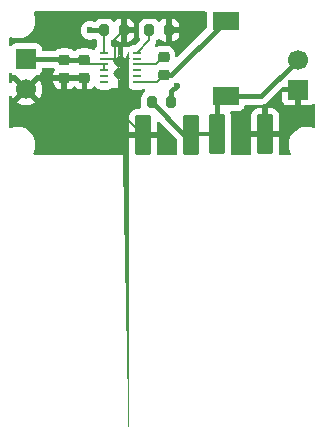
<source format=gbr>
%TF.GenerationSoftware,KiCad,Pcbnew,9.0.2*%
%TF.CreationDate,2025-09-11T23:54:02+05:30*%
%TF.ProjectId,DC_BUCK_CONVERTER,44435f42-5543-44b5-9f43-4f4e56455254,rev?*%
%TF.SameCoordinates,Original*%
%TF.FileFunction,Copper,L1,Top*%
%TF.FilePolarity,Positive*%
%FSLAX46Y46*%
G04 Gerber Fmt 4.6, Leading zero omitted, Abs format (unit mm)*
G04 Created by KiCad (PCBNEW 9.0.2) date 2025-09-11 23:54:02*
%MOMM*%
%LPD*%
G01*
G04 APERTURE LIST*
G04 Aperture macros list*
%AMRoundRect*
0 Rectangle with rounded corners*
0 $1 Rounding radius*
0 $2 $3 $4 $5 $6 $7 $8 $9 X,Y pos of 4 corners*
0 Add a 4 corners polygon primitive as box body*
4,1,4,$2,$3,$4,$5,$6,$7,$8,$9,$2,$3,0*
0 Add four circle primitives for the rounded corners*
1,1,$1+$1,$2,$3*
1,1,$1+$1,$4,$5*
1,1,$1+$1,$6,$7*
1,1,$1+$1,$8,$9*
0 Add four rect primitives between the rounded corners*
20,1,$1+$1,$2,$3,$4,$5,0*
20,1,$1+$1,$4,$5,$6,$7,0*
20,1,$1+$1,$6,$7,$8,$9,0*
20,1,$1+$1,$8,$9,$2,$3,0*%
%AMFreePoly0*
4,1,153,0.606581,1.254743,0.608810,1.254000,0.610000,1.254000,0.611581,1.253743,0.613810,1.253000,0.615000,1.253000,0.616581,1.252743,0.619581,1.251743,0.620236,1.251472,0.621920,1.250630,0.624581,1.249743,0.626536,1.248536,0.627964,1.247108,0.629236,1.246472,0.630536,1.245536,0.631964,1.244108,0.633236,1.243472,0.634536,1.242536,0.642536,1.234536,0.643472,1.233236,
0.644108,1.231964,0.645536,1.230536,0.646472,1.229236,0.647108,1.227964,0.648536,1.226536,0.649743,1.224581,0.650630,1.221920,0.651472,1.220236,0.651743,1.219581,0.652743,1.216581,0.653000,1.215000,0.653000,1.213810,0.653743,1.211581,0.654000,1.210000,0.654000,1.208810,0.654743,1.206581,0.655000,1.205000,0.655000,-1.205000,0.654743,-1.206581,0.654000,-1.208810,
0.654000,-1.210000,0.653743,-1.211581,0.653000,-1.213810,0.653000,-1.215000,0.652743,-1.216581,0.651743,-1.219581,0.651472,-1.220236,0.650630,-1.221920,0.649743,-1.224581,0.648536,-1.226536,0.647108,-1.227964,0.646472,-1.229236,0.645536,-1.230536,0.644108,-1.231964,0.643472,-1.233236,0.642536,-1.234536,0.634536,-1.242536,0.633236,-1.243472,0.631964,-1.244108,0.630536,-1.245536,
0.629236,-1.246472,0.627964,-1.247108,0.626536,-1.248536,0.624581,-1.249743,0.621920,-1.250630,0.620236,-1.251472,0.619581,-1.251743,0.616581,-1.252743,0.615000,-1.253000,0.613810,-1.253000,0.611581,-1.253743,0.610000,-1.254000,0.608810,-1.254000,0.606581,-1.254743,0.605000,-1.255000,-0.605000,-1.255000,-0.606581,-1.254743,-0.608810,-1.254000,-0.610000,-1.254000,-0.611581,-1.253743,
-0.613810,-1.253000,-0.615000,-1.253000,-0.616581,-1.252743,-0.619581,-1.251743,-0.620236,-1.251472,-0.621920,-1.250630,-0.624581,-1.249743,-0.626536,-1.248536,-0.627964,-1.247108,-0.629236,-1.246472,-0.630536,-1.245536,-0.631964,-1.244108,-0.633236,-1.243472,-0.634536,-1.242536,-0.642536,-1.234536,-0.643472,-1.233236,-0.644108,-1.231964,-0.645536,-1.230536,-0.646472,-1.229236,-0.647108,-1.227964,
-0.648536,-1.226536,-0.649743,-1.224581,-0.650630,-1.221920,-0.651472,-1.220236,-0.651743,-1.219581,-0.652743,-1.216581,-0.653000,-1.215000,-0.653000,-1.213810,-0.653743,-1.211581,-0.654000,-1.210000,-0.654000,-1.208810,-0.654743,-1.206581,-0.655000,-1.205000,-0.655000,1.205000,-0.654743,1.206581,-0.654000,1.208810,-0.654000,1.210000,-0.653743,1.211581,-0.653000,1.213810,-0.653000,1.215000,
-0.652743,1.216581,-0.651743,1.219581,-0.651472,1.220236,-0.650630,1.221920,-0.649743,1.224581,-0.648536,1.226536,-0.647108,1.227964,-0.646472,1.229236,-0.645536,1.230536,-0.644108,1.231964,-0.643472,1.233236,-0.642536,1.234536,-0.634536,1.242536,-0.633236,1.243472,-0.631964,1.244108,-0.630536,1.245536,-0.629236,1.246472,-0.627964,1.247108,-0.626536,1.248536,-0.624581,1.249743,
-0.621920,1.250630,-0.620236,1.251472,-0.619581,1.251743,-0.616581,1.252743,-0.615000,1.253000,-0.613810,1.253000,-0.611581,1.253743,-0.610000,1.254000,-0.608810,1.254000,-0.606581,1.254743,-0.605000,1.255000,0.605000,1.255000,0.606581,1.254743,0.606581,1.254743,$1*%
G04 Aperture macros list end*
%TA.AperFunction,SMDPad,CuDef*%
%ADD10RoundRect,0.200000X-0.200000X-0.275000X0.200000X-0.275000X0.200000X0.275000X-0.200000X0.275000X0*%
%TD*%
%TA.AperFunction,SMDPad,CuDef*%
%ADD11R,2.200000X1.500000*%
%TD*%
%TA.AperFunction,SMDPad,CuDef*%
%ADD12RoundRect,0.249999X0.450001X1.450001X-0.450001X1.450001X-0.450001X-1.450001X0.450001X-1.450001X0*%
%TD*%
%TA.AperFunction,SMDPad,CuDef*%
%ADD13RoundRect,0.050000X0.260000X0.075000X-0.260000X0.075000X-0.260000X-0.075000X0.260000X-0.075000X0*%
%TD*%
%TA.AperFunction,SMDPad,CuDef*%
%ADD14FreePoly0,180.000000*%
%TD*%
%TA.AperFunction,ComponentPad*%
%ADD15C,0.300000*%
%TD*%
%TA.AperFunction,ComponentPad*%
%ADD16R,1.700000X1.700000*%
%TD*%
%TA.AperFunction,ComponentPad*%
%ADD17C,1.700000*%
%TD*%
%TA.AperFunction,SMDPad,CuDef*%
%ADD18RoundRect,0.225000X-0.250000X0.225000X-0.250000X-0.225000X0.250000X-0.225000X0.250000X0.225000X0*%
%TD*%
%TA.AperFunction,SMDPad,CuDef*%
%ADD19RoundRect,0.249999X-0.450001X-1.450001X0.450001X-1.450001X0.450001X1.450001X-0.450001X1.450001X0*%
%TD*%
%TA.AperFunction,ViaPad*%
%ADD20C,0.600000*%
%TD*%
%TA.AperFunction,Conductor*%
%ADD21C,0.200000*%
%TD*%
%TA.AperFunction,Conductor*%
%ADD22C,0.400000*%
%TD*%
%TA.AperFunction,Conductor*%
%ADD23C,0.300000*%
%TD*%
G04 APERTURE END LIST*
D10*
%TO.P,Rt1,1*%
%TO.N,Net-(U1-RT)*%
X159625000Y-78900000D03*
%TO.P,Rt1,2*%
%TO.N,GND*%
X161275000Y-78900000D03*
%TD*%
D11*
%TO.P,L1,1,1*%
%TO.N,Net-(U1-SW)*%
X166100000Y-78100000D03*
%TO.P,L1,2,2*%
%TO.N,VOUT*%
X166100000Y-84500000D03*
%TD*%
D12*
%TO.P,Cout1,1*%
%TO.N,VOUT*%
X163200000Y-87750000D03*
%TO.P,Cout1,2*%
%TO.N,GND*%
X159100000Y-87750000D03*
%TD*%
D10*
%TO.P,Rfbb1,1*%
%TO.N,Net-(U1-FB)*%
X155825000Y-78900000D03*
%TO.P,Rfbb1,2*%
%TO.N,GND*%
X157475000Y-78900000D03*
%TD*%
D13*
%TO.P,U1,1,SW*%
%TO.N,Net-(U1-SW)*%
X158590000Y-83300000D03*
%TO.P,U1,2,SW__1*%
%TO.N,unconnected-(U1-SW__1-Pad2)*%
X158590000Y-82800000D03*
%TO.P,U1,3,SW__2*%
%TO.N,unconnected-(U1-SW__2-Pad3)*%
X158590000Y-82300000D03*
%TO.P,U1,4,BOOT*%
%TO.N,Net-(U1-BOOT)*%
X158590000Y-81800000D03*
%TO.P,U1,5,PG*%
%TO.N,unconnected-(U1-PG-Pad5)*%
X158590000Y-81300000D03*
%TO.P,U1,6,RT*%
%TO.N,Net-(U1-RT)*%
X158590000Y-80800000D03*
%TO.P,U1,7,FB*%
%TO.N,Net-(U1-FB)*%
X155810000Y-80800000D03*
%TO.P,U1,8,AGND*%
%TO.N,GND*%
X155810000Y-81300000D03*
%TO.P,U1,9,EN*%
%TO.N,VIN*%
X155810000Y-81800000D03*
%TO.P,U1,10,VIN*%
X155810000Y-82300000D03*
%TO.P,U1,11,VIN__1*%
%TO.N,unconnected-(U1-VIN__1-Pad11)*%
X155810000Y-82800000D03*
%TO.P,U1,12,VIN__2*%
%TO.N,unconnected-(U1-VIN__2-Pad12)*%
X155810000Y-83300000D03*
D14*
%TO.P,U1,13,PGND*%
%TO.N,GND*%
X157200000Y-82050000D03*
D15*
%TO.P,U1,14*%
X157200000Y-83050000D03*
%TO.P,U1,15*%
X157200000Y-82050000D03*
%TO.P,U1,16*%
X157200000Y-81050000D03*
%TD*%
D16*
%TO.P,J1,1,Pin_1*%
%TO.N,VIN*%
X149200000Y-81375000D03*
D17*
%TO.P,J1,2,Pin_2*%
%TO.N,GND*%
X149200000Y-83915000D03*
%TD*%
D10*
%TO.P,Rfbt1,1*%
%TO.N,VOUT*%
X159825000Y-85000000D03*
%TO.P,Rfbt1,2*%
%TO.N,Net-(U1-FB)*%
X161475000Y-85000000D03*
%TD*%
D16*
%TO.P,J2,1,Pin_1*%
%TO.N,GND*%
X172250000Y-83925000D03*
D17*
%TO.P,J2,2,Pin_2*%
%TO.N,VOUT*%
X172250000Y-81385000D03*
%TD*%
D18*
%TO.P,Cin1,1*%
%TO.N,VIN*%
X152450000Y-81400000D03*
%TO.P,Cin1,2*%
%TO.N,GND*%
X152450000Y-82950000D03*
%TD*%
D19*
%TO.P,Cout2,1*%
%TO.N,VOUT*%
X165350000Y-87700000D03*
%TO.P,Cout2,2*%
%TO.N,GND*%
X169450000Y-87700000D03*
%TD*%
D18*
%TO.P,Cin2,1*%
%TO.N,VIN*%
X154150000Y-81400000D03*
%TO.P,Cin2,2*%
%TO.N,GND*%
X154150000Y-82950000D03*
%TD*%
%TO.P,Cboot1,1*%
%TO.N,Net-(U1-BOOT)*%
X160850000Y-81175000D03*
%TO.P,Cboot1,2*%
%TO.N,Net-(U1-SW)*%
X160850000Y-82725000D03*
%TD*%
D20*
%TO.N,Net-(U1-FB)*%
X154650000Y-78900000D03*
X161950000Y-83600000D03*
%TD*%
D21*
%TO.N,Net-(U1-SW)*%
X160275000Y-83300000D02*
X160850000Y-82725000D01*
X158590000Y-83300000D02*
X160275000Y-83300000D01*
X160850000Y-82725000D02*
X161475000Y-82725000D01*
D22*
X161475000Y-82725000D02*
X166100000Y-78100000D01*
D21*
%TO.N,Net-(U1-BOOT)*%
X158590000Y-81800000D02*
X160225000Y-81800000D01*
X160225000Y-81800000D02*
X160850000Y-81175000D01*
%TO.N,GND*%
X156524000Y-81374000D02*
X155884000Y-81374000D01*
X155884000Y-81374000D02*
X155810000Y-81300000D01*
X159100000Y-87750000D02*
X157651000Y-86301000D01*
X156749000Y-81599000D02*
X156524000Y-81374000D01*
X157651000Y-82501000D02*
X157518905Y-82368905D01*
X157651000Y-86301000D02*
X157651000Y-82501000D01*
X156749000Y-79626000D02*
X156749000Y-81599000D01*
X157475000Y-78900000D02*
X156749000Y-79626000D01*
%TO.N,VIN*%
X154150000Y-81400000D02*
X154550000Y-81800000D01*
X155810000Y-82300000D02*
X155810000Y-81800000D01*
D22*
X152450000Y-81400000D02*
X154150000Y-81400000D01*
D21*
X154550000Y-81800000D02*
X155810000Y-81800000D01*
D22*
X149200000Y-81375000D02*
X152425000Y-81375000D01*
D21*
X152425000Y-81375000D02*
X152450000Y-81400000D01*
D22*
%TO.N,VOUT*%
X165350000Y-87700000D02*
X165350000Y-85250000D01*
D21*
X165350000Y-85250000D02*
X166100000Y-84500000D01*
X163250000Y-87750000D02*
X163300000Y-87700000D01*
X162575000Y-87750000D02*
X163200000Y-87750000D01*
D22*
X169135000Y-84500000D02*
X172250000Y-81385000D01*
X166100000Y-84500000D02*
X169135000Y-84500000D01*
D23*
X163300000Y-87700000D02*
X165350000Y-87700000D01*
D21*
X163200000Y-87750000D02*
X163250000Y-87750000D01*
D22*
X159825000Y-85000000D02*
X162575000Y-87750000D01*
D21*
%TO.N,Net-(U1-FB)*%
X154650000Y-78900000D02*
X154550000Y-78900000D01*
X155810000Y-80800000D02*
X155810000Y-78915000D01*
D22*
X155825000Y-78900000D02*
X154650000Y-78900000D01*
D21*
X155810000Y-78915000D02*
X155825000Y-78900000D01*
D22*
X161475000Y-85000000D02*
X161475000Y-84075000D01*
X161475000Y-84075000D02*
X161950000Y-83600000D01*
D21*
%TO.N,Net-(U1-RT)*%
X158590000Y-80800000D02*
X159625000Y-79765000D01*
X159625000Y-79765000D02*
X159625000Y-78900000D01*
%TD*%
%TA.AperFunction,Conductor*%
%TO.N,GND*%
G36*
X164442539Y-77320185D02*
G01*
X164488294Y-77372989D01*
X164499500Y-77424500D01*
X164499500Y-78658480D01*
X164479815Y-78725519D01*
X164463181Y-78746161D01*
X162037180Y-81172162D01*
X161975857Y-81205647D01*
X161906165Y-81200663D01*
X161850232Y-81158791D01*
X161825815Y-81093327D01*
X161825499Y-81084481D01*
X161825499Y-80901662D01*
X161825498Y-80901644D01*
X161815349Y-80802292D01*
X161815348Y-80802289D01*
X161792771Y-80734157D01*
X161762003Y-80641303D01*
X161761999Y-80641297D01*
X161761998Y-80641294D01*
X161672970Y-80496959D01*
X161672967Y-80496955D01*
X161553044Y-80377032D01*
X161553040Y-80377029D01*
X161408705Y-80288001D01*
X161408699Y-80287998D01*
X161408697Y-80287997D01*
X161369876Y-80275133D01*
X161247709Y-80234651D01*
X161148346Y-80224500D01*
X160551662Y-80224500D01*
X160551644Y-80224501D01*
X160452292Y-80234650D01*
X160452289Y-80234651D01*
X160291305Y-80287996D01*
X160291293Y-80288002D01*
X160282530Y-80293407D01*
X160277805Y-80294699D01*
X160274259Y-80298081D01*
X160244436Y-80303828D01*
X160215137Y-80311844D01*
X160210461Y-80310376D01*
X160205652Y-80311303D01*
X160177461Y-80300017D01*
X160148475Y-80290918D01*
X160145335Y-80287155D01*
X160140787Y-80285335D01*
X160123169Y-80260595D01*
X160103708Y-80237274D01*
X160103100Y-80232411D01*
X160100259Y-80228421D01*
X160098813Y-80198080D01*
X160095050Y-80167943D01*
X160097103Y-80162183D01*
X160096934Y-80158630D01*
X160110050Y-80125869D01*
X160168575Y-80024501D01*
X160184577Y-79996785D01*
X160225501Y-79844057D01*
X160225501Y-79816518D01*
X160234146Y-79787074D01*
X160240669Y-79757092D01*
X160244423Y-79752076D01*
X160245186Y-79749479D01*
X160261814Y-79728842D01*
X160362675Y-79627981D01*
X160423994Y-79594499D01*
X160493686Y-79599483D01*
X160538034Y-79627984D01*
X160640122Y-79730072D01*
X160785604Y-79818019D01*
X160785603Y-79818019D01*
X160947894Y-79868590D01*
X160947893Y-79868590D01*
X161018408Y-79874998D01*
X161018426Y-79874999D01*
X161525000Y-79874999D01*
X161531581Y-79874999D01*
X161602102Y-79868591D01*
X161602107Y-79868590D01*
X161764396Y-79818018D01*
X161909877Y-79730072D01*
X162030072Y-79609877D01*
X162118019Y-79464395D01*
X162168590Y-79302106D01*
X162175000Y-79231572D01*
X162175000Y-79150000D01*
X161525000Y-79150000D01*
X161525000Y-79874999D01*
X161018426Y-79874999D01*
X161024999Y-79874998D01*
X161025000Y-79874998D01*
X161025000Y-78650000D01*
X161525000Y-78650000D01*
X162174999Y-78650000D01*
X162174999Y-78568417D01*
X162168591Y-78497897D01*
X162168590Y-78497892D01*
X162118018Y-78335603D01*
X162030072Y-78190122D01*
X161909877Y-78069927D01*
X161764395Y-77981980D01*
X161764396Y-77981980D01*
X161602105Y-77931409D01*
X161602106Y-77931409D01*
X161531572Y-77925000D01*
X161525000Y-77925000D01*
X161525000Y-78650000D01*
X161025000Y-78650000D01*
X161025000Y-77925000D01*
X161024999Y-77924999D01*
X161018436Y-77925000D01*
X161018417Y-77925001D01*
X160947897Y-77931408D01*
X160947892Y-77931409D01*
X160785603Y-77981981D01*
X160640122Y-78069927D01*
X160640121Y-78069928D01*
X160538035Y-78172015D01*
X160476712Y-78205500D01*
X160407020Y-78200516D01*
X160362673Y-78172015D01*
X160260188Y-78069530D01*
X160114606Y-77981522D01*
X159952196Y-77930914D01*
X159952194Y-77930913D01*
X159952192Y-77930913D01*
X159902778Y-77926423D01*
X159881616Y-77924500D01*
X159368384Y-77924500D01*
X159349145Y-77926248D01*
X159297807Y-77930913D01*
X159135393Y-77981522D01*
X158989811Y-78069530D01*
X158869530Y-78189811D01*
X158781522Y-78335393D01*
X158730913Y-78497807D01*
X158724500Y-78568386D01*
X158724500Y-79231613D01*
X158730913Y-79302192D01*
X158730913Y-79302194D01*
X158730914Y-79302196D01*
X158781522Y-79464606D01*
X158842272Y-79565099D01*
X158860108Y-79632651D01*
X158838591Y-79699125D01*
X158823836Y-79716928D01*
X158402584Y-80138181D01*
X158341261Y-80171666D01*
X158314903Y-80174500D01*
X158286898Y-80174500D01*
X158223710Y-80182087D01*
X158198434Y-80185123D01*
X158057661Y-80240637D01*
X158057655Y-80240640D01*
X158012762Y-80274684D01*
X158011580Y-80275133D01*
X158010809Y-80276135D01*
X157979008Y-80287512D01*
X157947450Y-80299507D01*
X157945825Y-80299384D01*
X157945023Y-80299672D01*
X157924313Y-80297768D01*
X157909856Y-80296682D01*
X157894523Y-80293130D01*
X157892024Y-80292621D01*
X157891116Y-80292455D01*
X157889034Y-80292030D01*
X157885878Y-80291518D01*
X157885868Y-80291517D01*
X157805008Y-80285000D01*
X157450000Y-80285000D01*
X157450000Y-81087868D01*
X157749077Y-81386945D01*
X157759043Y-81405197D01*
X157773011Y-81420607D01*
X157779446Y-81442562D01*
X157782562Y-81448268D01*
X157783709Y-81454241D01*
X157784176Y-81457048D01*
X157790123Y-81506564D01*
X157794117Y-81516693D01*
X157796271Y-81529614D01*
X157793582Y-81551824D01*
X157795592Y-81574108D01*
X157791398Y-81588389D01*
X157790121Y-81593440D01*
X157784511Y-81640159D01*
X157756973Y-81704373D01*
X157749077Y-81713054D01*
X157450000Y-82012131D01*
X157450000Y-82087868D01*
X157749077Y-82386945D01*
X157759043Y-82405197D01*
X157773011Y-82420607D01*
X157779446Y-82442562D01*
X157782562Y-82448268D01*
X157783709Y-82454241D01*
X157784176Y-82457048D01*
X157790123Y-82506564D01*
X157794117Y-82516693D01*
X157796271Y-82529614D01*
X157793582Y-82551824D01*
X157795592Y-82574108D01*
X157791398Y-82588389D01*
X157790121Y-82593440D01*
X157784511Y-82640159D01*
X157756973Y-82704373D01*
X157749077Y-82713054D01*
X157450000Y-83012131D01*
X157450000Y-83815000D01*
X157805008Y-83815000D01*
X157885866Y-83808482D01*
X157889051Y-83807966D01*
X157891065Y-83807555D01*
X157891552Y-83807456D01*
X157896573Y-83806452D01*
X157896606Y-83806454D01*
X157896966Y-83806389D01*
X157899035Y-83805968D01*
X157908202Y-83803712D01*
X157978003Y-83806805D01*
X158012763Y-83825316D01*
X158057656Y-83859360D01*
X158057657Y-83859360D01*
X158057658Y-83859361D01*
X158198436Y-83914877D01*
X158286898Y-83925500D01*
X158286903Y-83925500D01*
X158893097Y-83925500D01*
X158893102Y-83925500D01*
X158981564Y-83914877D01*
X158996100Y-83909144D01*
X159003082Y-83907817D01*
X159006653Y-83905523D01*
X159041588Y-83900500D01*
X159190032Y-83900500D01*
X159257071Y-83920185D01*
X159302826Y-83972989D01*
X159312770Y-84042147D01*
X159283745Y-84105703D01*
X159254183Y-84130615D01*
X159222846Y-84149559D01*
X159189811Y-84169530D01*
X159069530Y-84289811D01*
X158981522Y-84435393D01*
X158930913Y-84597807D01*
X158924500Y-84668386D01*
X158924500Y-85331613D01*
X158931508Y-85408730D01*
X158930210Y-85408847D01*
X158924601Y-85471419D01*
X158881729Y-85526589D01*
X158815836Y-85549823D01*
X158809220Y-85550000D01*
X158600029Y-85550000D01*
X158600012Y-85550001D01*
X158497303Y-85560494D01*
X158497301Y-85560494D01*
X158330880Y-85615640D01*
X158330869Y-85615645D01*
X158181659Y-85707680D01*
X158181655Y-85707683D01*
X158057683Y-85831655D01*
X158057680Y-85831659D01*
X157965645Y-85980869D01*
X157965640Y-85980880D01*
X157910494Y-86147302D01*
X157900000Y-86250013D01*
X157900000Y-87500000D01*
X160299999Y-87500000D01*
X160299999Y-86765018D01*
X160319684Y-86697979D01*
X160372488Y-86652224D01*
X160441646Y-86642280D01*
X160505202Y-86671305D01*
X160511680Y-86677337D01*
X161963181Y-88128838D01*
X161996666Y-88190161D01*
X161999500Y-88216519D01*
X161999500Y-89250016D01*
X162001461Y-89269205D01*
X162005582Y-89309546D01*
X162005925Y-89312897D01*
X161993156Y-89381590D01*
X161945276Y-89432475D01*
X161882567Y-89449500D01*
X160416930Y-89449500D01*
X160349891Y-89429815D01*
X160304136Y-89377011D01*
X160293572Y-89312897D01*
X160299999Y-89249986D01*
X160300000Y-89249973D01*
X160300000Y-88000000D01*
X157900001Y-88000000D01*
X157900001Y-89249989D01*
X157906428Y-89312899D01*
X157893658Y-89381592D01*
X157845777Y-89432476D01*
X157783070Y-89449500D01*
X149953559Y-89449500D01*
X149886520Y-89429815D01*
X149840765Y-89377011D01*
X149830821Y-89307853D01*
X149843074Y-89269205D01*
X149856414Y-89243022D01*
X149890568Y-89175992D01*
X149963553Y-88951368D01*
X149988929Y-88791150D01*
X150000500Y-88718097D01*
X150000500Y-88481902D01*
X149963553Y-88248631D01*
X149890566Y-88024003D01*
X149783342Y-87813566D01*
X149644517Y-87622490D01*
X149477510Y-87455483D01*
X149286433Y-87316657D01*
X149249499Y-87297838D01*
X149075996Y-87209433D01*
X148851368Y-87136446D01*
X148618097Y-87099500D01*
X148618092Y-87099500D01*
X148381908Y-87099500D01*
X148381903Y-87099500D01*
X148148631Y-87136446D01*
X147924003Y-87209433D01*
X147921944Y-87210287D01*
X147921099Y-87210377D01*
X147919375Y-87210938D01*
X147919257Y-87210575D01*
X147852474Y-87217750D01*
X147789997Y-87186470D01*
X147754349Y-87126379D01*
X147750500Y-87095722D01*
X147750500Y-84560323D01*
X147770185Y-84493284D01*
X147822989Y-84447529D01*
X147892147Y-84437585D01*
X147955703Y-84466610D01*
X147984985Y-84504028D01*
X148045375Y-84622550D01*
X148084728Y-84676716D01*
X148717037Y-84044408D01*
X148734075Y-84107993D01*
X148799901Y-84222007D01*
X148892993Y-84315099D01*
X149007007Y-84380925D01*
X149070590Y-84397962D01*
X148438282Y-85030269D01*
X148438282Y-85030270D01*
X148492449Y-85069624D01*
X148681782Y-85166095D01*
X148883870Y-85231757D01*
X149093754Y-85265000D01*
X149306246Y-85265000D01*
X149516127Y-85231757D01*
X149516130Y-85231757D01*
X149718217Y-85166095D01*
X149907554Y-85069622D01*
X149961716Y-85030270D01*
X149961717Y-85030270D01*
X149329408Y-84397962D01*
X149392993Y-84380925D01*
X149507007Y-84315099D01*
X149600099Y-84222007D01*
X149665925Y-84107993D01*
X149682962Y-84044408D01*
X150315270Y-84676717D01*
X150315270Y-84676716D01*
X150354622Y-84622554D01*
X150451095Y-84433217D01*
X150516757Y-84231130D01*
X150516757Y-84231127D01*
X150550000Y-84021246D01*
X150550000Y-83808753D01*
X150516757Y-83598872D01*
X150516757Y-83598869D01*
X150451095Y-83396782D01*
X150362711Y-83223322D01*
X151475001Y-83223322D01*
X151485144Y-83322607D01*
X151538452Y-83483481D01*
X151538457Y-83483492D01*
X151627424Y-83627728D01*
X151627427Y-83627732D01*
X151747267Y-83747572D01*
X151747271Y-83747575D01*
X151891507Y-83836542D01*
X151891518Y-83836547D01*
X152052393Y-83889855D01*
X152151683Y-83899999D01*
X152700000Y-83899999D01*
X152748308Y-83899999D01*
X152748322Y-83899998D01*
X152847607Y-83889855D01*
X153008481Y-83836547D01*
X153008492Y-83836542D01*
X153152728Y-83747575D01*
X153152732Y-83747572D01*
X153212319Y-83687986D01*
X153273642Y-83654501D01*
X153343334Y-83659485D01*
X153387681Y-83687986D01*
X153447267Y-83747572D01*
X153447271Y-83747575D01*
X153591507Y-83836542D01*
X153591518Y-83836547D01*
X153752393Y-83889855D01*
X153851683Y-83899999D01*
X153899999Y-83899998D01*
X153900000Y-83899998D01*
X153900000Y-83200000D01*
X152700000Y-83200000D01*
X152700000Y-83899999D01*
X152151683Y-83899999D01*
X152199999Y-83899998D01*
X152200000Y-83899998D01*
X152200000Y-83200000D01*
X151475001Y-83200000D01*
X151475001Y-83223322D01*
X150362711Y-83223322D01*
X150354623Y-83207448D01*
X150315270Y-83153282D01*
X150315269Y-83153282D01*
X149682962Y-83785590D01*
X149665925Y-83722007D01*
X149600099Y-83607993D01*
X149507007Y-83514901D01*
X149392993Y-83449075D01*
X149329409Y-83432037D01*
X149999627Y-82761818D01*
X150060950Y-82728333D01*
X150087307Y-82725499D01*
X150097872Y-82725499D01*
X150157483Y-82719091D01*
X150292331Y-82668796D01*
X150407546Y-82582546D01*
X150493796Y-82467331D01*
X150544091Y-82332483D01*
X150550500Y-82272873D01*
X150550500Y-82199500D01*
X150570185Y-82132461D01*
X150622989Y-82086706D01*
X150674500Y-82075500D01*
X151526885Y-82075500D01*
X151593924Y-82095185D01*
X151639679Y-82147989D01*
X151649623Y-82217147D01*
X151629128Y-82264832D01*
X151631218Y-82266121D01*
X151538457Y-82416507D01*
X151538452Y-82416518D01*
X151485144Y-82577393D01*
X151475000Y-82676677D01*
X151475000Y-82700000D01*
X154026000Y-82700000D01*
X154093039Y-82719685D01*
X154138794Y-82772489D01*
X154150000Y-82824000D01*
X154150000Y-82950000D01*
X154276000Y-82950000D01*
X154343039Y-82969685D01*
X154388794Y-83022489D01*
X154400000Y-83074000D01*
X154400000Y-83899999D01*
X154448308Y-83899999D01*
X154448322Y-83899998D01*
X154547607Y-83889855D01*
X154708481Y-83836547D01*
X154708492Y-83836542D01*
X154852727Y-83747576D01*
X154916486Y-83683817D01*
X154977809Y-83650332D01*
X155047501Y-83655316D01*
X155102972Y-83696573D01*
X155157077Y-83767922D01*
X155277656Y-83859360D01*
X155277657Y-83859360D01*
X155277658Y-83859361D01*
X155418436Y-83914877D01*
X155506898Y-83925500D01*
X155506903Y-83925500D01*
X156113097Y-83925500D01*
X156113102Y-83925500D01*
X156201564Y-83914877D01*
X156342342Y-83859361D01*
X156387238Y-83825315D01*
X156388412Y-83824868D01*
X156389183Y-83823868D01*
X156420962Y-83812496D01*
X156452544Y-83800492D01*
X156454168Y-83800614D01*
X156454968Y-83800328D01*
X156475615Y-83802225D01*
X156490135Y-83803316D01*
X156505511Y-83806876D01*
X156507980Y-83807380D01*
X156508932Y-83807554D01*
X156510968Y-83807969D01*
X156514123Y-83808481D01*
X156514131Y-83808482D01*
X156594992Y-83815000D01*
X156950000Y-83815000D01*
X156950000Y-83030109D01*
X157100000Y-83030109D01*
X157100000Y-83069891D01*
X157115224Y-83106645D01*
X157143355Y-83134776D01*
X157180109Y-83150000D01*
X157219891Y-83150000D01*
X157256645Y-83134776D01*
X157284776Y-83106645D01*
X157300000Y-83069891D01*
X157300000Y-83030109D01*
X157284776Y-82993355D01*
X157256645Y-82965224D01*
X157219891Y-82950000D01*
X157180109Y-82950000D01*
X157143355Y-82965224D01*
X157115224Y-82993355D01*
X157100000Y-83030109D01*
X156950000Y-83030109D01*
X156950000Y-83012132D01*
X156650921Y-82713053D01*
X156640954Y-82694801D01*
X156626986Y-82679390D01*
X156620550Y-82657433D01*
X156617436Y-82651730D01*
X156616289Y-82645756D01*
X156615826Y-82642983D01*
X156609877Y-82593436D01*
X156605881Y-82583303D01*
X156603728Y-82570384D01*
X156606195Y-82550000D01*
X156912132Y-82550000D01*
X156950000Y-82587867D01*
X156950000Y-82587866D01*
X157450000Y-82587866D01*
X157487867Y-82550000D01*
X157450000Y-82512133D01*
X157450000Y-82587866D01*
X156950000Y-82587866D01*
X156950000Y-82512132D01*
X156912132Y-82550000D01*
X156606195Y-82550000D01*
X156606415Y-82548183D01*
X156604403Y-82525914D01*
X156608592Y-82511644D01*
X156609875Y-82506571D01*
X156609875Y-82506568D01*
X156609877Y-82506564D01*
X156615487Y-82459840D01*
X156643022Y-82395630D01*
X156650921Y-82386946D01*
X156950000Y-82087867D01*
X156950000Y-82030109D01*
X157100000Y-82030109D01*
X157100000Y-82069891D01*
X157115224Y-82106645D01*
X157143355Y-82134776D01*
X157180109Y-82150000D01*
X157219891Y-82150000D01*
X157256645Y-82134776D01*
X157284776Y-82106645D01*
X157300000Y-82069891D01*
X157300000Y-82030109D01*
X157284776Y-81993355D01*
X157256645Y-81965224D01*
X157219891Y-81950000D01*
X157180109Y-81950000D01*
X157143355Y-81965224D01*
X157115224Y-81993355D01*
X157100000Y-82030109D01*
X156950000Y-82030109D01*
X156950000Y-82012132D01*
X156650922Y-81713054D01*
X156641894Y-81696521D01*
X156628796Y-81682979D01*
X156621260Y-81658733D01*
X156617437Y-81651731D01*
X156617014Y-81649709D01*
X156616065Y-81644969D01*
X156609877Y-81593436D01*
X156601498Y-81572190D01*
X156599326Y-81561335D01*
X156600028Y-81553377D01*
X156599387Y-81550000D01*
X156912132Y-81550000D01*
X156950000Y-81587867D01*
X156950000Y-81587866D01*
X157450000Y-81587866D01*
X157487867Y-81550000D01*
X157450000Y-81512133D01*
X157450000Y-81587866D01*
X156950000Y-81587866D01*
X156950000Y-81512132D01*
X156912132Y-81550000D01*
X156599387Y-81550000D01*
X156596915Y-81536989D01*
X156596916Y-81522438D01*
X156596586Y-81521834D01*
X156596916Y-81517211D01*
X156596918Y-81498632D01*
X156598245Y-81498632D01*
X156599064Y-81487172D01*
X156598176Y-81480991D01*
X156599753Y-81477535D01*
X156601570Y-81452142D01*
X156630071Y-81407794D01*
X156950000Y-81087866D01*
X156950000Y-81030109D01*
X157100000Y-81030109D01*
X157100000Y-81069891D01*
X157115224Y-81106645D01*
X157143355Y-81134776D01*
X157180109Y-81150000D01*
X157219891Y-81150000D01*
X157256645Y-81134776D01*
X157284776Y-81106645D01*
X157300000Y-81069891D01*
X157300000Y-81030109D01*
X157284776Y-80993355D01*
X157256645Y-80965224D01*
X157219891Y-80950000D01*
X157180109Y-80950000D01*
X157143355Y-80965224D01*
X157115224Y-80993355D01*
X157100000Y-81030109D01*
X156950000Y-81030109D01*
X156950000Y-80285000D01*
X156594990Y-80285000D01*
X156544460Y-80289072D01*
X156476056Y-80274836D01*
X156426208Y-80225878D01*
X156410500Y-80165473D01*
X156410500Y-79829773D01*
X156419271Y-79799902D01*
X156426122Y-79769522D01*
X156429276Y-79765828D01*
X156430185Y-79762734D01*
X156447487Y-79741429D01*
X156456111Y-79732934D01*
X156460185Y-79730472D01*
X156563074Y-79627582D01*
X156563340Y-79627321D01*
X156593708Y-79611036D01*
X156623994Y-79594499D01*
X156624482Y-79594533D01*
X156624915Y-79594302D01*
X156659339Y-79597026D01*
X156693686Y-79599483D01*
X156694151Y-79599782D01*
X156694567Y-79599815D01*
X156696554Y-79601326D01*
X156738034Y-79627984D01*
X156840122Y-79730072D01*
X156985604Y-79818019D01*
X156985603Y-79818019D01*
X157147894Y-79868590D01*
X157147893Y-79868590D01*
X157218408Y-79874998D01*
X157218426Y-79874999D01*
X157725000Y-79874999D01*
X157731581Y-79874999D01*
X157802102Y-79868591D01*
X157802107Y-79868590D01*
X157964396Y-79818018D01*
X158109877Y-79730072D01*
X158230072Y-79609877D01*
X158318019Y-79464395D01*
X158368590Y-79302106D01*
X158375000Y-79231572D01*
X158375000Y-79150000D01*
X157725000Y-79150000D01*
X157725000Y-79874999D01*
X157218426Y-79874999D01*
X157224999Y-79874998D01*
X157225000Y-79874998D01*
X157225000Y-78650000D01*
X157725000Y-78650000D01*
X158374999Y-78650000D01*
X158374999Y-78568417D01*
X158368591Y-78497897D01*
X158368590Y-78497892D01*
X158318018Y-78335603D01*
X158230072Y-78190122D01*
X158109877Y-78069927D01*
X157964395Y-77981980D01*
X157964396Y-77981980D01*
X157802105Y-77931409D01*
X157802106Y-77931409D01*
X157731572Y-77925000D01*
X157725000Y-77925000D01*
X157725000Y-78650000D01*
X157225000Y-78650000D01*
X157225000Y-77925000D01*
X157224999Y-77924999D01*
X157218436Y-77925000D01*
X157218417Y-77925001D01*
X157147897Y-77931408D01*
X157147892Y-77931409D01*
X156985603Y-77981981D01*
X156840122Y-78069927D01*
X156840121Y-78069928D01*
X156738035Y-78172015D01*
X156676712Y-78205500D01*
X156607020Y-78200516D01*
X156562673Y-78172015D01*
X156460188Y-78069530D01*
X156314606Y-77981522D01*
X156152196Y-77930914D01*
X156152194Y-77930913D01*
X156152192Y-77930913D01*
X156102778Y-77926423D01*
X156081616Y-77924500D01*
X155568384Y-77924500D01*
X155549145Y-77926248D01*
X155497807Y-77930913D01*
X155335393Y-77981522D01*
X155189813Y-78069529D01*
X155115736Y-78143606D01*
X155054412Y-78177090D01*
X154984721Y-78172105D01*
X154980603Y-78170485D01*
X154883501Y-78130264D01*
X154883489Y-78130261D01*
X154728845Y-78099500D01*
X154728842Y-78099500D01*
X154571158Y-78099500D01*
X154571155Y-78099500D01*
X154416510Y-78130261D01*
X154416498Y-78130264D01*
X154270827Y-78190602D01*
X154270814Y-78190609D01*
X154139711Y-78278210D01*
X154139707Y-78278213D01*
X154028213Y-78389707D01*
X154028210Y-78389711D01*
X153940609Y-78520814D01*
X153940602Y-78520827D01*
X153880264Y-78666498D01*
X153880261Y-78666510D01*
X153849500Y-78821153D01*
X153849500Y-78978846D01*
X153880261Y-79133489D01*
X153880264Y-79133501D01*
X153940602Y-79279172D01*
X153940609Y-79279185D01*
X154028210Y-79410288D01*
X154028213Y-79410292D01*
X154139707Y-79521786D01*
X154139711Y-79521789D01*
X154270814Y-79609390D01*
X154270827Y-79609397D01*
X154416498Y-79669735D01*
X154416503Y-79669737D01*
X154571153Y-79700499D01*
X154571156Y-79700500D01*
X154571158Y-79700500D01*
X154728844Y-79700500D01*
X154728845Y-79700499D01*
X154883497Y-79669737D01*
X154980605Y-79629513D01*
X155000479Y-79627376D01*
X155019209Y-79620391D01*
X155034505Y-79623718D01*
X155050071Y-79622045D01*
X155067947Y-79630993D01*
X155087482Y-79635243D01*
X155109772Y-79651929D01*
X155112550Y-79653320D01*
X155115736Y-79656394D01*
X155173181Y-79713839D01*
X155206666Y-79775162D01*
X155209500Y-79801520D01*
X155209500Y-80230735D01*
X155189815Y-80297774D01*
X155160428Y-80329537D01*
X155157077Y-80332077D01*
X155065638Y-80452658D01*
X155031015Y-80540455D01*
X154988109Y-80595599D01*
X154922201Y-80618791D01*
X154854217Y-80602670D01*
X154850564Y-80600502D01*
X154708705Y-80513001D01*
X154708699Y-80512998D01*
X154708697Y-80512997D01*
X154600448Y-80477127D01*
X154547709Y-80459651D01*
X154448346Y-80449500D01*
X153851662Y-80449500D01*
X153851644Y-80449501D01*
X153752292Y-80459650D01*
X153752289Y-80459651D01*
X153591305Y-80512996D01*
X153591294Y-80513001D01*
X153446959Y-80602029D01*
X153446955Y-80602032D01*
X153387681Y-80661307D01*
X153326358Y-80694792D01*
X153256666Y-80689808D01*
X153212319Y-80661307D01*
X153153044Y-80602032D01*
X153153040Y-80602029D01*
X153008705Y-80513001D01*
X153008699Y-80512998D01*
X153008697Y-80512997D01*
X152900448Y-80477127D01*
X152847709Y-80459651D01*
X152748346Y-80449500D01*
X152151662Y-80449500D01*
X152151644Y-80449501D01*
X152052292Y-80459650D01*
X152052289Y-80459651D01*
X151891305Y-80512996D01*
X151891294Y-80513001D01*
X151746959Y-80602029D01*
X151746955Y-80602032D01*
X151710807Y-80638181D01*
X151649484Y-80671666D01*
X151623126Y-80674500D01*
X150674499Y-80674500D01*
X150607460Y-80654815D01*
X150561705Y-80602011D01*
X150550499Y-80550500D01*
X150550499Y-80477129D01*
X150550498Y-80477123D01*
X150549505Y-80467887D01*
X150544091Y-80417517D01*
X150512224Y-80332078D01*
X150493797Y-80282671D01*
X150493793Y-80282664D01*
X150407547Y-80167455D01*
X150407544Y-80167452D01*
X150292335Y-80081206D01*
X150292328Y-80081202D01*
X150157482Y-80030908D01*
X150157483Y-80030908D01*
X150097883Y-80024501D01*
X150097881Y-80024500D01*
X150097873Y-80024500D01*
X150097864Y-80024500D01*
X148302129Y-80024500D01*
X148302123Y-80024501D01*
X148242516Y-80030908D01*
X148107671Y-80081202D01*
X148107664Y-80081206D01*
X147992455Y-80167452D01*
X147973766Y-80192418D01*
X147917832Y-80234288D01*
X147848140Y-80239272D01*
X147786818Y-80205786D01*
X147753333Y-80144462D01*
X147750500Y-80118106D01*
X147750500Y-79604277D01*
X147770185Y-79537238D01*
X147822989Y-79491483D01*
X147892147Y-79481539D01*
X147921959Y-79489719D01*
X147924002Y-79490565D01*
X147924008Y-79490568D01*
X148067720Y-79537263D01*
X148148631Y-79563553D01*
X148381903Y-79600500D01*
X148381908Y-79600500D01*
X148618097Y-79600500D01*
X148851368Y-79563553D01*
X149075992Y-79490568D01*
X149286433Y-79383343D01*
X149477510Y-79244517D01*
X149644517Y-79077510D01*
X149783343Y-78886433D01*
X149890568Y-78675992D01*
X149963553Y-78451368D01*
X149971043Y-78404076D01*
X150000500Y-78218097D01*
X150000500Y-77981902D01*
X149963553Y-77748631D01*
X149890566Y-77524003D01*
X149868550Y-77480795D01*
X149855654Y-77412126D01*
X149881930Y-77347385D01*
X149939037Y-77307128D01*
X149979035Y-77300500D01*
X164375500Y-77300500D01*
X164442539Y-77320185D01*
G37*
%TD.AperFunction*%
%TA.AperFunction,Conductor*%
G36*
X171784075Y-83732007D02*
G01*
X171750000Y-83859174D01*
X171750000Y-83990826D01*
X171784075Y-84117993D01*
X171816988Y-84175000D01*
X170900000Y-84175000D01*
X170900000Y-84822844D01*
X170906401Y-84882372D01*
X170906403Y-84882379D01*
X170956645Y-85017086D01*
X170956649Y-85017093D01*
X171042809Y-85132187D01*
X171042812Y-85132190D01*
X171157906Y-85218350D01*
X171157913Y-85218354D01*
X171292620Y-85268596D01*
X171292627Y-85268598D01*
X171352155Y-85274999D01*
X171352172Y-85275000D01*
X172000000Y-85275000D01*
X172000000Y-84358012D01*
X172057007Y-84390925D01*
X172184174Y-84425000D01*
X172315826Y-84425000D01*
X172442993Y-84390925D01*
X172500000Y-84358012D01*
X172500000Y-85275000D01*
X173147828Y-85275000D01*
X173147844Y-85274999D01*
X173207372Y-85268598D01*
X173207379Y-85268596D01*
X173342086Y-85218354D01*
X173342089Y-85218352D01*
X173451188Y-85136680D01*
X173516652Y-85112262D01*
X173584925Y-85127113D01*
X173634331Y-85176517D01*
X173649500Y-85235946D01*
X173649500Y-87078890D01*
X173629815Y-87145929D01*
X173577011Y-87191684D01*
X173507853Y-87201628D01*
X173487182Y-87196821D01*
X173301370Y-87136447D01*
X173068097Y-87099500D01*
X173068092Y-87099500D01*
X172831908Y-87099500D01*
X172831903Y-87099500D01*
X172598631Y-87136446D01*
X172374003Y-87209433D01*
X172163566Y-87316657D01*
X172054550Y-87395862D01*
X171972490Y-87455483D01*
X171972488Y-87455485D01*
X171972487Y-87455485D01*
X171805485Y-87622487D01*
X171805485Y-87622488D01*
X171805483Y-87622490D01*
X171745862Y-87704550D01*
X171666657Y-87813566D01*
X171559433Y-88024003D01*
X171486446Y-88248631D01*
X171449500Y-88481902D01*
X171449500Y-88718097D01*
X171486446Y-88951368D01*
X171522224Y-89061478D01*
X171559432Y-89175992D01*
X171559433Y-89175995D01*
X171559434Y-89175996D01*
X171606926Y-89269205D01*
X171619822Y-89337875D01*
X171593545Y-89402615D01*
X171536439Y-89442872D01*
X171496441Y-89449500D01*
X170761434Y-89449500D01*
X170694395Y-89429815D01*
X170648640Y-89377011D01*
X170638924Y-89309440D01*
X170638818Y-89309430D01*
X170638861Y-89309004D01*
X170638696Y-89307853D01*
X170639356Y-89304154D01*
X170649999Y-89199986D01*
X170650000Y-89199973D01*
X170650000Y-87950000D01*
X168250001Y-87950000D01*
X168250001Y-89199986D01*
X168261182Y-89309430D01*
X168259065Y-89309646D01*
X168254599Y-89369231D01*
X168212536Y-89425021D01*
X168146989Y-89449214D01*
X168138566Y-89449500D01*
X166661949Y-89449500D01*
X166594910Y-89429815D01*
X166549155Y-89377011D01*
X166539454Y-89309546D01*
X166539311Y-89309532D01*
X166539369Y-89308957D01*
X166539211Y-89307853D01*
X166539844Y-89304306D01*
X166539997Y-89302802D01*
X166539999Y-89302798D01*
X166550500Y-89200010D01*
X166550500Y-86200013D01*
X168250000Y-86200013D01*
X168250000Y-87450000D01*
X169200000Y-87450000D01*
X169700000Y-87450000D01*
X170649999Y-87450000D01*
X170649999Y-86200028D01*
X170649998Y-86200013D01*
X170639505Y-86097303D01*
X170639505Y-86097301D01*
X170584359Y-85930880D01*
X170584354Y-85930869D01*
X170492319Y-85781659D01*
X170492316Y-85781655D01*
X170368344Y-85657683D01*
X170368340Y-85657680D01*
X170219130Y-85565645D01*
X170219119Y-85565640D01*
X170052697Y-85510494D01*
X169949986Y-85500000D01*
X169700000Y-85500000D01*
X169700000Y-87450000D01*
X169200000Y-87450000D01*
X169200000Y-85500000D01*
X168950029Y-85500000D01*
X168950012Y-85500001D01*
X168847303Y-85510494D01*
X168847301Y-85510494D01*
X168680880Y-85565640D01*
X168680869Y-85565645D01*
X168531659Y-85657680D01*
X168531655Y-85657683D01*
X168407683Y-85781655D01*
X168407680Y-85781659D01*
X168315645Y-85930869D01*
X168315640Y-85930880D01*
X168260494Y-86097302D01*
X168250000Y-86200013D01*
X166550500Y-86200013D01*
X166550500Y-86199990D01*
X166539999Y-86097202D01*
X166484814Y-85930665D01*
X166484811Y-85930661D01*
X166483059Y-85926902D01*
X166482629Y-85924074D01*
X166482542Y-85923810D01*
X166482587Y-85923795D01*
X166472568Y-85857824D01*
X166501089Y-85794041D01*
X166559567Y-85755802D01*
X166595442Y-85750499D01*
X167247871Y-85750499D01*
X167247872Y-85750499D01*
X167307483Y-85744091D01*
X167442331Y-85693796D01*
X167557546Y-85607546D01*
X167643796Y-85492331D01*
X167694091Y-85357483D01*
X167699062Y-85311242D01*
X167725799Y-85246694D01*
X167783191Y-85206846D01*
X167822351Y-85200500D01*
X169203996Y-85200500D01*
X169295040Y-85182389D01*
X169339328Y-85173580D01*
X169451510Y-85127113D01*
X169466807Y-85120777D01*
X169466808Y-85120776D01*
X169466811Y-85120775D01*
X169581543Y-85044114D01*
X170914337Y-83711318D01*
X170975660Y-83677834D01*
X171002018Y-83675000D01*
X171816988Y-83675000D01*
X171784075Y-83732007D01*
G37*
%TD.AperFunction*%
%TA.AperFunction,Conductor*%
G36*
X147955703Y-82538180D02*
G01*
X147973765Y-82557581D01*
X147992453Y-82582544D01*
X147992454Y-82582546D01*
X147992455Y-82582547D01*
X148107664Y-82668793D01*
X148107671Y-82668797D01*
X148128799Y-82676677D01*
X148242517Y-82719091D01*
X148302127Y-82725500D01*
X148312685Y-82725499D01*
X148379723Y-82745179D01*
X148400372Y-82761818D01*
X149070591Y-83432037D01*
X149007007Y-83449075D01*
X148892993Y-83514901D01*
X148799901Y-83607993D01*
X148734075Y-83722007D01*
X148717037Y-83785591D01*
X148084728Y-83153282D01*
X148084727Y-83153282D01*
X148045380Y-83207440D01*
X148045378Y-83207443D01*
X147984984Y-83325972D01*
X147937010Y-83376767D01*
X147869189Y-83393562D01*
X147803054Y-83371024D01*
X147759603Y-83316309D01*
X147750500Y-83269676D01*
X147750500Y-82631893D01*
X147770185Y-82564854D01*
X147822989Y-82519099D01*
X147892147Y-82509155D01*
X147955703Y-82538180D01*
G37*
%TD.AperFunction*%
%TD*%
M02*

</source>
